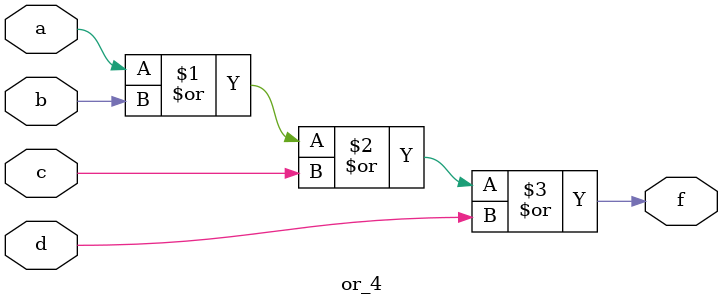
<source format=v>
`timescale 1ns / 1ps


module or_4(input a,b,c,d,output f

    );
    assign f=(a|b|c|d);
endmodule

</source>
